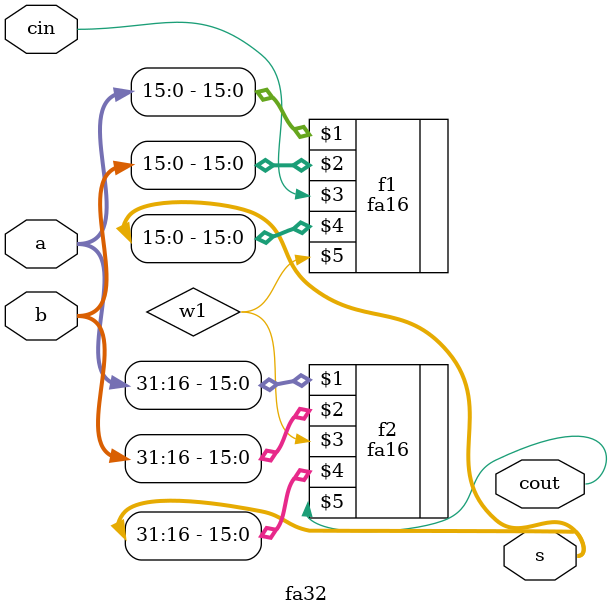
<source format=v>
module fa32(a,b,cin,s,cout);
	input [31:0]a,b;
	input cin;
	output [31:0]s;
	output cout;
	wire w1;
	fa16 f1(a[15:0],b[15:0],cin,s[15:0],w1);
	fa16 f2(a[31:16],b[31:16],w1,s[31:16],cout);
endmodule

</source>
